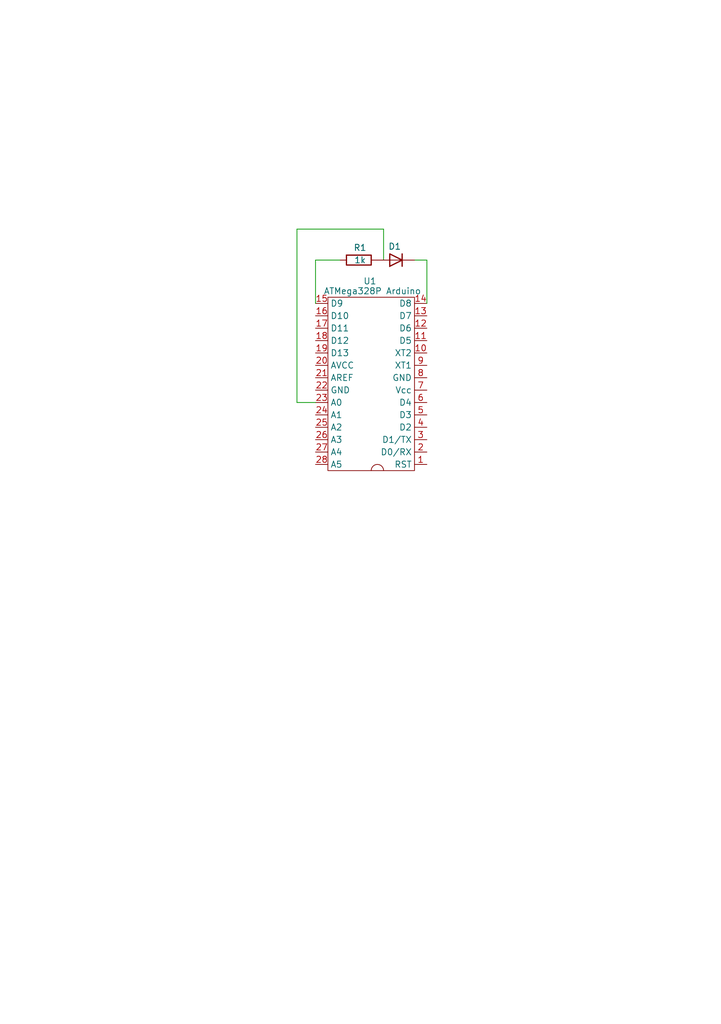
<source format=kicad_sch>
(kicad_sch (version 20231120) (generator "eeschema") (generator_version "8.0")
  (paper "A5" portrait)
  (lib_symbols
    (symbol "0Ore:ATmega328U_Duino"
      (property "Reference" "U1" (at 20.32 13.97 90))
      (symbol "ATmega328U_Duino_0_1"
        (arc (start -17.7799 11.4299) (mid -16.8819 11.8019) (end -16.5099 12.6999))
        (rectangle (start -17.78 22.86) (end 17.78 5.08))
        (arc (start -16.5099 12.7001) (mid -16.8819 13.5981) (end -17.7799 13.9701))
      )
      (symbol "ATmega328U_Duino_1_1"
        (pin input line (at -16.51 2.54 90) (length 2.54) (name "RST") (number "1"))
        (pin input line (at 6.35 2.54 90) (length 2.54) (name "XT2") (number "10"))
        (pin output line (at 8.89 2.54 90) (length 2.54) (name "D5") (number "11"))
        (pin output line (at 11.43 2.54 90) (length 2.54) (name "D6") (number "12"))
        (pin output line (at 13.97 2.54 90) (length 2.54) (name "D7") (number "13"))
        (pin output line (at 16.51 2.54 90) (length 2.54) (name "D8") (number "14"))
        (pin output line (at 16.51 25.4 270) (length 2.54) (name "D9") (number "15"))
        (pin output line (at 13.97 25.4 270) (length 2.54) (name "D10") (number "16"))
        (pin unspecified line (at 11.43 25.4 270) (length 2.54) (name "D11") (number "17"))
        (pin unspecified line (at 8.89 25.4 270) (length 2.54) (name "D12") (number "18"))
        (pin unspecified line (at 6.35 25.4 270) (length 2.54) (name "D13") (number "19"))
        (pin output line (at -13.97 2.54 90) (length 2.54) (name "D0/RX") (number "2"))
        (pin unspecified line (at 3.81 25.4 270) (length 2.54) (name "AVCC") (number "20"))
        (pin unspecified line (at 1.27 25.4 270) (length 2.54) (name "AREF") (number "21"))
        (pin unspecified line (at -1.27 25.4 270) (length 2.54) (name "GND") (number "22"))
        (pin unspecified line (at -3.81 25.4 270) (length 2.54) (name "A0") (number "23"))
        (pin unspecified line (at -6.35 25.4 270) (length 2.54) (name "A1") (number "24"))
        (pin unspecified line (at -8.89 25.4 270) (length 2.54) (name "A2") (number "25"))
        (pin unspecified line (at -11.43 25.4 270) (length 2.54) (name "A3") (number "26"))
        (pin unspecified line (at -13.97 25.4 270) (length 2.54) (name "A4") (number "27"))
        (pin unspecified line (at -16.51 25.4 270) (length 2.54) (name "A5") (number "28"))
        (pin output line (at -11.43 2.54 90) (length 2.54) (name "D1/TX") (number "3"))
        (pin output line (at -8.89 2.54 90) (length 2.54) (name "D2") (number "4"))
        (pin output line (at -6.35 2.54 90) (length 2.54) (name "D3") (number "5"))
        (pin output line (at -3.81 2.54 90) (length 2.54) (name "D4") (number "6"))
        (pin power_in line (at -1.27 2.54 90) (length 2.54) (name "Vcc") (number "7"))
        (pin power_out line (at 1.27 2.54 90) (length 2.54) (name "GND") (number "8"))
        (pin input line (at 3.81 2.54 90) (length 2.54) (name "XT1") (number "9"))
      )
    )
    (symbol "Device:D" (pin_numbers hide) (pin_names (offset 1.016) hide)
      (property "Reference" "D" (at 0 2.54 0))
      (property "Value" "D" (at 0 -2.54 0))
      (symbol "D_0_1"
        (polyline (pts (xy -1.27 1.27) (xy -1.27 -1.27)) (stroke (width 0.254)))
        (polyline (pts (xy 1.27 0) (xy -1.27 0)))
        (polyline (pts (xy 1.27 1.27) (xy 1.27 -1.27) (xy -1.27 0) (xy 1.27 1.27)) (stroke (width 0.254)))
      )
      (symbol "D_1_1"
        (pin passive line (at -3.81 0 0) (length 2.54) (name "K") (number "1"))
        (pin passive line (at 3.81 0 180) (length 2.54) (name "A") (number "2"))
      )
    )
    (symbol "Device:R" (pin_numbers hide) (pin_names (offset 0))
      (property "Reference" "R" (at 2.032 0 90))
      (property "Value" "R" (at 0 0 90))
      (symbol "R_0_1"
        (rectangle (start -1.016 -2.54) (end 1.016 2.54) (stroke (width 0.254)))
      )
      (symbol "R_1_1"
        (pin passive line (at 0 3.81 270) (length 1.27) (name "~") (number "1"))
        (pin passive line (at 0 -3.81 90) (length 1.27) (name "~") (number "2"))
      )
    )
  )
  (wire (pts (xy 78.74 53.34) (xy 78.74 46.99)))
  (wire (pts (xy 87.63 62.23) (xy 87.63 53.34)))
  (wire (pts (xy 78.74 46.99) (xy 60.96 46.99)))
  (wire (pts (xy 60.96 46.99) (xy 60.96 82.55)))
  (wire (pts (xy 60.96 82.55) (xy 64.77 82.55)))
  (wire (pts (xy 85.09 53.34) (xy 87.63 53.34)))
  (wire (pts (xy 64.77 53.34) (xy 69.85 53.34)))
  (wire (pts (xy 64.77 62.23) (xy 64.77 53.34)))
  (symbol (lib_id "Device:D") (at 81.28 53.34 180) (unit 1)
    (property "Reference" "D1" (at 81.026 50.546 0))
    (property "Value" "D" (effects (hide yes)))
    (property "Description" "Diode" (effects (hide yes)))
    (property "Sim.Device" "D" (effects (hide yes)))
    (property "Sim.Pins" "1=K 2=A" (effects (hide yes)))
  )
  (symbol (lib_id "0Ore:ATmega328U_Duino") (at 90.17 78.74 90) (unit 1)
    (property "Reference" "U1" (at 75.946 57.658 90))
    (property "Value" "ATMega328P Arduino" (at 76.454 59.69 90))
  )
  (symbol (lib_id "Device:R") (at 73.66 53.34 270) (unit 1)
    (property "Reference" "R1" (at 73.914 50.8 90))
    (property "Value" "1k" (at 73.914 53.34 90))
    (property "Description" "Resistor" (effects (hide yes)))
  )
)
</source>
